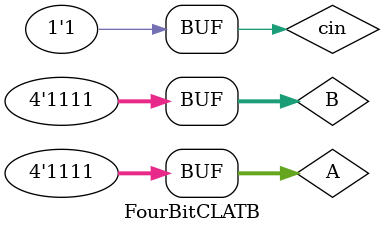
<source format=v>
module FourBitCLATB();
	reg [3:0] A;
	reg [3:0] B;
	reg cin;
	wire [3:0] sum;
	wire cout;
	FourBitCLA uut(.A, .B,.cin,.sum,.cout);
	initial begin
		A = 4'b0000;
		B = 4'b0000;
		cin = 1;
		//0
		#100
		A = 4'b1010;
		B = 4'b1010;
		//4c1
		//0100
		//1
		#100
		A = 4'b0011;
		B = 4'b1100;
		//15
		//1111
		//0
		#100
		A = 4'b0101;
		B = 4'b1101;
		//2c1
		//0010
		//1
		#100
		A = 4'b1010;
		B = 4'b0101;
		//15
		//1111
		//0
		#100
		A = 4'b1111;
		B = 4'b1111;
		//14c1
		//1110
		//1
	end
endmodule 

</source>
